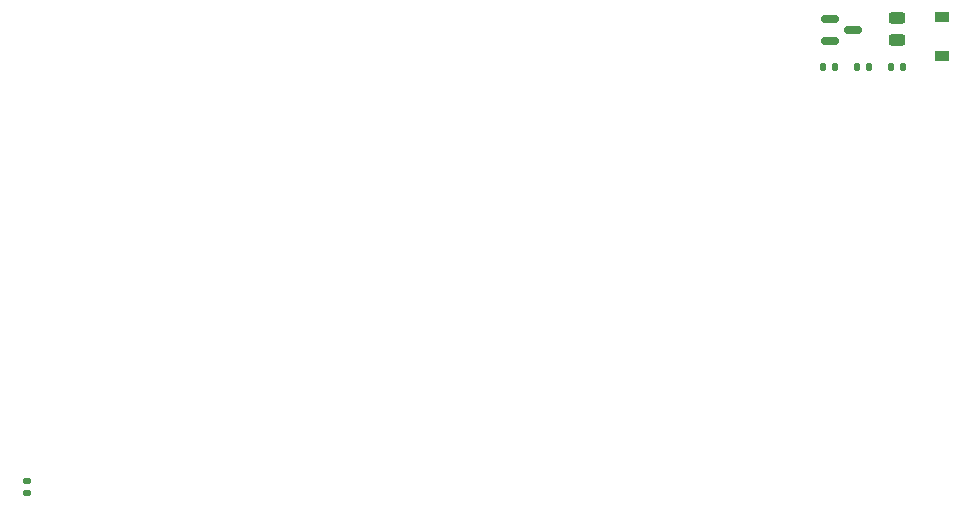
<source format=gtp>
%TF.GenerationSoftware,KiCad,Pcbnew,(6.0.0-0)*%
%TF.CreationDate,2022-10-14T11:13:42+02:00*%
%TF.ProjectId,prototype-1,70726f74-6f74-4797-9065-2d312e6b6963,rev?*%
%TF.SameCoordinates,Original*%
%TF.FileFunction,Paste,Top*%
%TF.FilePolarity,Positive*%
%FSLAX46Y46*%
G04 Gerber Fmt 4.6, Leading zero omitted, Abs format (unit mm)*
G04 Created by KiCad (PCBNEW (6.0.0-0)) date 2022-10-14 11:13:42*
%MOMM*%
%LPD*%
G01*
G04 APERTURE LIST*
G04 Aperture macros list*
%AMRoundRect*
0 Rectangle with rounded corners*
0 $1 Rounding radius*
0 $2 $3 $4 $5 $6 $7 $8 $9 X,Y pos of 4 corners*
0 Add a 4 corners polygon primitive as box body*
4,1,4,$2,$3,$4,$5,$6,$7,$8,$9,$2,$3,0*
0 Add four circle primitives for the rounded corners*
1,1,$1+$1,$2,$3*
1,1,$1+$1,$4,$5*
1,1,$1+$1,$6,$7*
1,1,$1+$1,$8,$9*
0 Add four rect primitives between the rounded corners*
20,1,$1+$1,$2,$3,$4,$5,0*
20,1,$1+$1,$4,$5,$6,$7,0*
20,1,$1+$1,$6,$7,$8,$9,0*
20,1,$1+$1,$8,$9,$2,$3,0*%
G04 Aperture macros list end*
%ADD10RoundRect,0.135000X-0.135000X-0.185000X0.135000X-0.185000X0.135000X0.185000X-0.135000X0.185000X0*%
%ADD11RoundRect,0.150000X-0.587500X-0.150000X0.587500X-0.150000X0.587500X0.150000X-0.587500X0.150000X0*%
%ADD12RoundRect,0.135000X-0.185000X0.135000X-0.185000X-0.135000X0.185000X-0.135000X0.185000X0.135000X0*%
%ADD13RoundRect,0.243750X-0.456250X0.243750X-0.456250X-0.243750X0.456250X-0.243750X0.456250X0.243750X0*%
%ADD14RoundRect,0.135000X0.135000X0.185000X-0.135000X0.185000X-0.135000X-0.185000X0.135000X-0.185000X0*%
%ADD15R,1.200000X0.900000*%
G04 APERTURE END LIST*
D10*
%TO.C,R4*%
X205230000Y-105410000D03*
X206250000Y-105410000D03*
%TD*%
%TO.C,R2*%
X202320000Y-105410000D03*
X203340000Y-105410000D03*
%TD*%
D11*
%TO.C,Q1*%
X200112500Y-101355000D03*
X200112500Y-103255000D03*
X201987500Y-102305000D03*
%TD*%
D12*
%TO.C,R1*%
X132080000Y-140460000D03*
X132080000Y-141480000D03*
%TD*%
D13*
%TO.C,D1*%
X205740000Y-101297500D03*
X205740000Y-103172500D03*
%TD*%
D14*
%TO.C,R3*%
X200535000Y-105410000D03*
X199515000Y-105410000D03*
%TD*%
D15*
%TO.C,D2*%
X209550000Y-104520000D03*
X209550000Y-101220000D03*
%TD*%
M02*

</source>
